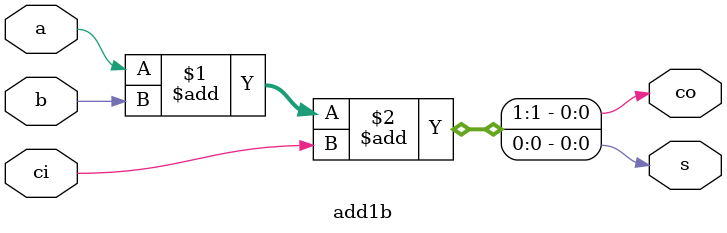
<source format=v>
`timescale 1ns / 1ps


module add1b(
    input a,b,
    input ci,
    output co,s
    );
    
    assign {co,s} = a+b+ci;
    
   
   
endmodule

</source>
